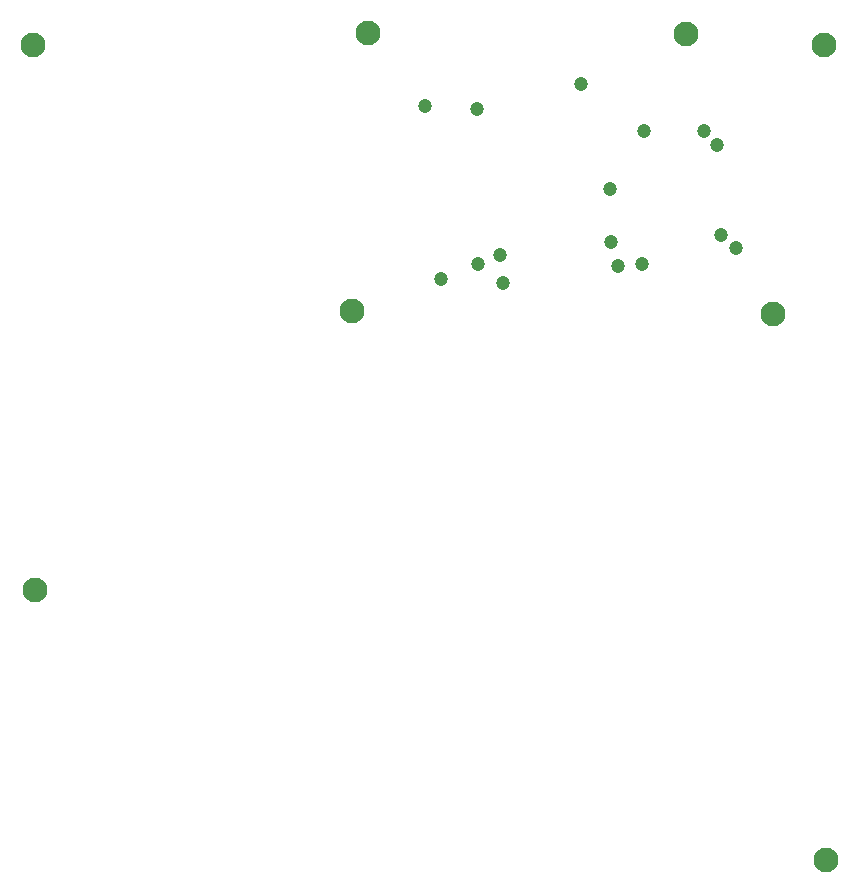
<source format=gbr>
%TF.GenerationSoftware,KiCad,Pcbnew,7.0.10-7.0.10~ubuntu22.04.1*%
%TF.CreationDate,2024-03-30T17:15:14+01:00*%
%TF.ProjectId,test_fixture,74657374-5f66-4697-9874-7572652e6b69,rev?*%
%TF.SameCoordinates,Original*%
%TF.FileFunction,Soldermask,Bot*%
%TF.FilePolarity,Negative*%
%FSLAX46Y46*%
G04 Gerber Fmt 4.6, Leading zero omitted, Abs format (unit mm)*
G04 Created by KiCad (PCBNEW 7.0.10-7.0.10~ubuntu22.04.1) date 2024-03-30 17:15:14*
%MOMM*%
%LPD*%
G01*
G04 APERTURE LIST*
%ADD10C,1.200000*%
%ADD11C,2.100000*%
G04 APERTURE END LIST*
D10*
%TO.C,POGO12*%
X117330886Y-76558500D03*
%TD*%
%TO.C,POGO21*%
X123706286Y-89182300D03*
%TD*%
%TO.C,POGO14*%
X123934886Y-91595300D03*
%TD*%
%TO.C,POGO11*%
X121750486Y-76812500D03*
%TD*%
D11*
%TO.C,H9*%
X146810000Y-94170000D03*
%TD*%
D10*
%TO.C,POGO3*%
X135872886Y-78692100D03*
%TD*%
%TO.C,POGO7*%
X133100000Y-88120000D03*
%TD*%
%TO.C,POGO22*%
X121826686Y-89969700D03*
%TD*%
D11*
%TO.C,H10*%
X111130000Y-93930000D03*
%TD*%
D10*
%TO.C,POGO10*%
X133028086Y-83619700D03*
%TD*%
%TO.C,POGO1*%
X140978286Y-78692100D03*
%TD*%
D11*
%TO.C,H3*%
X84124800Y-71424800D03*
%TD*%
%TO.C,H6*%
X151250000Y-140460000D03*
%TD*%
D10*
%TO.C,POGO19*%
X142400686Y-87480500D03*
%TD*%
%TO.C,POGO5*%
X142019686Y-79885900D03*
%TD*%
D11*
%TO.C,H8*%
X112500000Y-70420000D03*
%TD*%
D10*
%TO.C,POGO2*%
X118677086Y-91214300D03*
%TD*%
D11*
%TO.C,H5*%
X151079200Y-71424800D03*
%TD*%
%TO.C,H7*%
X139400000Y-70490000D03*
%TD*%
D10*
%TO.C,POGO16*%
X130538886Y-74704300D03*
%TD*%
%TO.C,POGO15*%
X135695086Y-89944300D03*
%TD*%
%TO.C,POGO8*%
X133637686Y-90122100D03*
%TD*%
%TO.C,POGO6*%
X143645286Y-88623500D03*
%TD*%
D11*
%TO.C,H4*%
X84330000Y-117550000D03*
%TD*%
M02*

</source>
